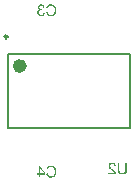
<source format=gbo>
G04*
G04 #@! TF.GenerationSoftware,Altium Limited,Altium Designer,21.7.2 (23)*
G04*
G04 Layer_Color=32896*
%FSAX25Y25*%
%MOIN*%
G70*
G04*
G04 #@! TF.SameCoordinates,914A0A10-9902-47D2-BBE9-F090EB24A124*
G04*
G04*
G04 #@! TF.FilePolarity,Positive*
G04*
G01*
G75*
%ADD10C,0.02362*%
%ADD11C,0.00984*%
%ADD12C,0.00787*%
G36*
X0560632Y0155299D02*
X0560723Y0155294D01*
X0560814Y0155276D01*
X0560894Y0155259D01*
X0560974Y0155236D01*
X0561048Y0155214D01*
X0561111Y0155191D01*
X0561168Y0155162D01*
X0561225Y0155134D01*
X0561271Y0155111D01*
X0561311Y0155088D01*
X0561345Y0155065D01*
X0561368Y0155048D01*
X0561385Y0155031D01*
X0561397Y0155025D01*
X0561402Y0155019D01*
X0561459Y0154962D01*
X0561511Y0154900D01*
X0561556Y0154837D01*
X0561596Y0154768D01*
X0561665Y0154631D01*
X0561711Y0154500D01*
X0561739Y0154380D01*
X0561751Y0154329D01*
X0561762Y0154283D01*
X0561768Y0154243D01*
X0561773Y0154214D01*
Y0154197D01*
Y0154192D01*
X0561288Y0154140D01*
X0561277Y0154266D01*
X0561254Y0154380D01*
X0561225Y0154477D01*
X0561185Y0154557D01*
X0561151Y0154620D01*
X0561117Y0154666D01*
X0561094Y0154694D01*
X0561088Y0154705D01*
X0561008Y0154774D01*
X0560917Y0154825D01*
X0560826Y0154865D01*
X0560734Y0154888D01*
X0560660Y0154905D01*
X0560597Y0154911D01*
X0560574Y0154917D01*
X0560540D01*
X0560426Y0154911D01*
X0560323Y0154888D01*
X0560238Y0154854D01*
X0560157Y0154820D01*
X0560100Y0154785D01*
X0560055Y0154751D01*
X0560032Y0154728D01*
X0560020Y0154723D01*
X0559952Y0154648D01*
X0559901Y0154568D01*
X0559866Y0154489D01*
X0559838Y0154414D01*
X0559826Y0154346D01*
X0559821Y0154294D01*
X0559815Y0154260D01*
Y0154254D01*
Y0154249D01*
X0559826Y0154146D01*
X0559849Y0154049D01*
X0559883Y0153952D01*
X0559923Y0153860D01*
X0559969Y0153786D01*
X0560003Y0153729D01*
X0560015Y0153706D01*
X0560026Y0153689D01*
X0560038Y0153683D01*
Y0153678D01*
X0560083Y0153621D01*
X0560140Y0153558D01*
X0560197Y0153495D01*
X0560266Y0153426D01*
X0560403Y0153289D01*
X0560546Y0153164D01*
X0560671Y0153044D01*
X0560729Y0152992D01*
X0560780Y0152953D01*
X0560826Y0152918D01*
X0560854Y0152890D01*
X0560877Y0152873D01*
X0560883Y0152867D01*
X0561025Y0152747D01*
X0561151Y0152638D01*
X0561260Y0152536D01*
X0561345Y0152450D01*
X0561414Y0152382D01*
X0561465Y0152330D01*
X0561494Y0152296D01*
X0561505Y0152290D01*
Y0152284D01*
X0561579Y0152193D01*
X0561642Y0152102D01*
X0561693Y0152016D01*
X0561739Y0151936D01*
X0561773Y0151873D01*
X0561796Y0151822D01*
X0561808Y0151788D01*
X0561813Y0151782D01*
Y0151776D01*
X0561831Y0151719D01*
X0561848Y0151656D01*
X0561853Y0151605D01*
X0561859Y0151553D01*
X0561865Y0151514D01*
Y0151479D01*
Y0151456D01*
Y0151451D01*
X0559324D01*
Y0151902D01*
X0561208D01*
X0561145Y0151993D01*
X0561111Y0152039D01*
X0561077Y0152073D01*
X0561048Y0152107D01*
X0561025Y0152130D01*
X0561014Y0152147D01*
X0561008Y0152153D01*
X0560980Y0152182D01*
X0560951Y0152210D01*
X0560871Y0152284D01*
X0560786Y0152364D01*
X0560694Y0152444D01*
X0560603Y0152518D01*
X0560534Y0152581D01*
X0560506Y0152604D01*
X0560483Y0152621D01*
X0560472Y0152633D01*
X0560466Y0152638D01*
X0560374Y0152718D01*
X0560289Y0152793D01*
X0560209Y0152861D01*
X0560140Y0152924D01*
X0560072Y0152987D01*
X0560015Y0153038D01*
X0559958Y0153089D01*
X0559912Y0153135D01*
X0559872Y0153175D01*
X0559838Y0153209D01*
X0559803Y0153244D01*
X0559781Y0153267D01*
X0559752Y0153301D01*
X0559741Y0153312D01*
X0559666Y0153404D01*
X0559598Y0153489D01*
X0559547Y0153569D01*
X0559501Y0153643D01*
X0559467Y0153700D01*
X0559444Y0153741D01*
X0559432Y0153769D01*
X0559427Y0153780D01*
X0559392Y0153866D01*
X0559370Y0153946D01*
X0559352Y0154020D01*
X0559341Y0154095D01*
X0559335Y0154152D01*
X0559330Y0154197D01*
Y0154226D01*
Y0154237D01*
X0559335Y0154323D01*
X0559341Y0154397D01*
X0559358Y0154477D01*
X0559381Y0154546D01*
X0559432Y0154677D01*
X0559489Y0154785D01*
X0559524Y0154831D01*
X0559552Y0154877D01*
X0559581Y0154911D01*
X0559604Y0154940D01*
X0559626Y0154968D01*
X0559644Y0154985D01*
X0559649Y0154991D01*
X0559655Y0154997D01*
X0559718Y0155054D01*
X0559786Y0155099D01*
X0559855Y0155139D01*
X0559923Y0155174D01*
X0560072Y0155231D01*
X0560209Y0155265D01*
X0560278Y0155282D01*
X0560335Y0155288D01*
X0560392Y0155294D01*
X0560437Y0155299D01*
X0560477Y0155305D01*
X0560529D01*
X0560632Y0155299D01*
D02*
G37*
G36*
X0565479Y0153072D02*
Y0152964D01*
X0565474Y0152855D01*
X0565468Y0152758D01*
X0565456Y0152661D01*
X0565445Y0152576D01*
X0565434Y0152501D01*
X0565422Y0152427D01*
X0565405Y0152359D01*
X0565394Y0152302D01*
X0565382Y0152250D01*
X0565371Y0152210D01*
X0565359Y0152170D01*
X0565348Y0152142D01*
X0565342Y0152125D01*
X0565337Y0152113D01*
Y0152107D01*
X0565274Y0151982D01*
X0565200Y0151879D01*
X0565114Y0151782D01*
X0565034Y0151708D01*
X0564960Y0151651D01*
X0564902Y0151605D01*
X0564880Y0151588D01*
X0564863Y0151582D01*
X0564851Y0151571D01*
X0564845D01*
X0564708Y0151508D01*
X0564560Y0151468D01*
X0564417Y0151434D01*
X0564274Y0151411D01*
X0564212Y0151405D01*
X0564149Y0151399D01*
X0564097Y0151394D01*
X0564052D01*
X0564012Y0151388D01*
X0563960D01*
X0563761Y0151399D01*
X0563669Y0151405D01*
X0563589Y0151422D01*
X0563509Y0151439D01*
X0563435Y0151456D01*
X0563367Y0151474D01*
X0563304Y0151496D01*
X0563247Y0151514D01*
X0563201Y0151531D01*
X0563161Y0151548D01*
X0563127Y0151565D01*
X0563098Y0151582D01*
X0563081Y0151588D01*
X0563070Y0151599D01*
X0563064D01*
X0562944Y0151685D01*
X0562847Y0151776D01*
X0562761Y0151868D01*
X0562699Y0151953D01*
X0562647Y0152033D01*
X0562613Y0152096D01*
X0562601Y0152119D01*
X0562596Y0152136D01*
X0562590Y0152147D01*
Y0152153D01*
X0562544Y0152290D01*
X0562516Y0152444D01*
X0562493Y0152593D01*
X0562476Y0152741D01*
X0562470Y0152810D01*
X0562464Y0152873D01*
Y0152930D01*
X0562459Y0152975D01*
Y0153015D01*
Y0153050D01*
Y0153067D01*
Y0153072D01*
Y0155294D01*
X0562967D01*
Y0153072D01*
Y0152941D01*
X0562978Y0152827D01*
X0562990Y0152713D01*
X0563007Y0152616D01*
X0563024Y0152530D01*
X0563041Y0152450D01*
X0563064Y0152376D01*
X0563087Y0152313D01*
X0563110Y0152262D01*
X0563132Y0152216D01*
X0563150Y0152176D01*
X0563167Y0152147D01*
X0563184Y0152125D01*
X0563195Y0152107D01*
X0563201Y0152102D01*
X0563207Y0152096D01*
X0563252Y0152050D01*
X0563309Y0152016D01*
X0563435Y0151953D01*
X0563566Y0151908D01*
X0563698Y0151879D01*
X0563818Y0151856D01*
X0563869Y0151850D01*
X0563915D01*
X0563955Y0151845D01*
X0564006D01*
X0564126Y0151850D01*
X0564234Y0151862D01*
X0564326Y0151885D01*
X0564411Y0151908D01*
X0564474Y0151930D01*
X0564526Y0151953D01*
X0564554Y0151965D01*
X0564566Y0151970D01*
X0564646Y0152022D01*
X0564708Y0152079D01*
X0564766Y0152142D01*
X0564806Y0152199D01*
X0564840Y0152256D01*
X0564863Y0152296D01*
X0564874Y0152324D01*
X0564880Y0152336D01*
X0564897Y0152382D01*
X0564908Y0152439D01*
X0564931Y0152553D01*
X0564948Y0152673D01*
X0564960Y0152793D01*
X0564965Y0152901D01*
Y0152953D01*
X0564971Y0152992D01*
Y0153027D01*
Y0153050D01*
Y0153067D01*
Y0153072D01*
Y0155294D01*
X0565479D01*
Y0153072D01*
D02*
G37*
G36*
X0540327Y0154239D02*
X0540498Y0154217D01*
X0540658Y0154177D01*
X0540727Y0154154D01*
X0540795Y0154137D01*
X0540852Y0154114D01*
X0540909Y0154091D01*
X0540955Y0154074D01*
X0540995Y0154051D01*
X0541029Y0154040D01*
X0541052Y0154028D01*
X0541063Y0154017D01*
X0541069D01*
X0541218Y0153920D01*
X0541349Y0153811D01*
X0541463Y0153697D01*
X0541555Y0153588D01*
X0541623Y0153491D01*
X0541652Y0153446D01*
X0541680Y0153411D01*
X0541697Y0153377D01*
X0541709Y0153354D01*
X0541720Y0153343D01*
Y0153337D01*
X0541794Y0153166D01*
X0541852Y0152989D01*
X0541891Y0152812D01*
X0541920Y0152646D01*
X0541931Y0152572D01*
X0541937Y0152504D01*
X0541943Y0152446D01*
Y0152395D01*
X0541949Y0152349D01*
Y0152321D01*
Y0152298D01*
Y0152292D01*
X0541937Y0152087D01*
X0541914Y0151898D01*
X0541886Y0151721D01*
X0541869Y0151641D01*
X0541846Y0151567D01*
X0541829Y0151499D01*
X0541812Y0151442D01*
X0541794Y0151384D01*
X0541777Y0151345D01*
X0541766Y0151304D01*
X0541754Y0151282D01*
X0541749Y0151265D01*
Y0151259D01*
X0541663Y0151087D01*
X0541572Y0150945D01*
X0541469Y0150819D01*
X0541372Y0150716D01*
X0541286Y0150631D01*
X0541252Y0150602D01*
X0541218Y0150574D01*
X0541189Y0150557D01*
X0541172Y0150539D01*
X0541161Y0150534D01*
X0541155Y0150528D01*
X0541081Y0150482D01*
X0541001Y0150448D01*
X0540835Y0150385D01*
X0540664Y0150339D01*
X0540504Y0150311D01*
X0540430Y0150300D01*
X0540361Y0150288D01*
X0540298Y0150282D01*
X0540247D01*
X0540201Y0150277D01*
X0540144D01*
X0540036Y0150282D01*
X0539927Y0150288D01*
X0539830Y0150305D01*
X0539733Y0150328D01*
X0539642Y0150351D01*
X0539562Y0150380D01*
X0539482Y0150408D01*
X0539413Y0150442D01*
X0539345Y0150471D01*
X0539293Y0150499D01*
X0539242Y0150528D01*
X0539202Y0150551D01*
X0539168Y0150574D01*
X0539145Y0150591D01*
X0539134Y0150596D01*
X0539128Y0150602D01*
X0539054Y0150665D01*
X0538985Y0150739D01*
X0538922Y0150813D01*
X0538860Y0150893D01*
X0538762Y0151048D01*
X0538683Y0151202D01*
X0538648Y0151276D01*
X0538625Y0151339D01*
X0538602Y0151402D01*
X0538580Y0151453D01*
X0538568Y0151499D01*
X0538557Y0151527D01*
X0538551Y0151550D01*
Y0151556D01*
X0539059Y0151687D01*
X0539105Y0151516D01*
X0539168Y0151367D01*
X0539236Y0151242D01*
X0539305Y0151139D01*
X0539368Y0151059D01*
X0539391Y0151030D01*
X0539419Y0151002D01*
X0539436Y0150985D01*
X0539453Y0150968D01*
X0539459Y0150962D01*
X0539465Y0150956D01*
X0539522Y0150910D01*
X0539579Y0150876D01*
X0539705Y0150813D01*
X0539824Y0150774D01*
X0539933Y0150739D01*
X0540036Y0150722D01*
X0540076Y0150716D01*
X0540116D01*
X0540144Y0150711D01*
X0540184D01*
X0540315Y0150716D01*
X0540435Y0150739D01*
X0540550Y0150768D01*
X0540647Y0150802D01*
X0540727Y0150831D01*
X0540790Y0150859D01*
X0540812Y0150871D01*
X0540829Y0150882D01*
X0540835Y0150888D01*
X0540841D01*
X0540944Y0150962D01*
X0541035Y0151053D01*
X0541109Y0151139D01*
X0541172Y0151230D01*
X0541218Y0151310D01*
X0541252Y0151379D01*
X0541263Y0151402D01*
X0541275Y0151419D01*
X0541281Y0151430D01*
Y0151436D01*
X0541326Y0151579D01*
X0541361Y0151721D01*
X0541389Y0151870D01*
X0541406Y0152001D01*
X0541412Y0152064D01*
X0541418Y0152115D01*
Y0152167D01*
X0541423Y0152212D01*
Y0152247D01*
Y0152269D01*
Y0152287D01*
Y0152292D01*
X0541418Y0152435D01*
X0541406Y0152566D01*
X0541383Y0152692D01*
X0541361Y0152806D01*
X0541343Y0152898D01*
X0541332Y0152938D01*
X0541321Y0152966D01*
X0541315Y0152995D01*
X0541309Y0153012D01*
X0541303Y0153023D01*
Y0153029D01*
X0541252Y0153155D01*
X0541189Y0153269D01*
X0541121Y0153366D01*
X0541052Y0153452D01*
X0540989Y0153514D01*
X0540932Y0153560D01*
X0540898Y0153588D01*
X0540892Y0153600D01*
X0540886D01*
X0540767Y0153674D01*
X0540647Y0153726D01*
X0540521Y0153765D01*
X0540401Y0153788D01*
X0540298Y0153805D01*
X0540258Y0153811D01*
X0540218D01*
X0540190Y0153817D01*
X0540144D01*
X0540007Y0153811D01*
X0539882Y0153788D01*
X0539773Y0153754D01*
X0539682Y0153720D01*
X0539607Y0153686D01*
X0539556Y0153651D01*
X0539522Y0153629D01*
X0539510Y0153623D01*
X0539419Y0153543D01*
X0539339Y0153446D01*
X0539271Y0153343D01*
X0539219Y0153246D01*
X0539174Y0153155D01*
X0539156Y0153115D01*
X0539139Y0153080D01*
X0539128Y0153052D01*
X0539122Y0153029D01*
X0539116Y0153017D01*
Y0153012D01*
X0538614Y0153132D01*
X0538648Y0153229D01*
X0538683Y0153320D01*
X0538722Y0153406D01*
X0538768Y0153486D01*
X0538814Y0153560D01*
X0538860Y0153623D01*
X0538905Y0153686D01*
X0538951Y0153743D01*
X0538997Y0153788D01*
X0539037Y0153834D01*
X0539071Y0153868D01*
X0539105Y0153902D01*
X0539128Y0153925D01*
X0539151Y0153943D01*
X0539162Y0153948D01*
X0539168Y0153954D01*
X0539242Y0154005D01*
X0539322Y0154051D01*
X0539402Y0154091D01*
X0539482Y0154125D01*
X0539647Y0154177D01*
X0539796Y0154217D01*
X0539870Y0154228D01*
X0539933Y0154234D01*
X0539990Y0154239D01*
X0540041Y0154245D01*
X0540081Y0154251D01*
X0540138D01*
X0540327Y0154239D01*
D02*
G37*
G36*
X0538277Y0151693D02*
Y0151259D01*
X0536604D01*
Y0150339D01*
X0536130D01*
Y0151259D01*
X0535610D01*
Y0151693D01*
X0536130D01*
Y0154182D01*
X0536513D01*
X0538277Y0151693D01*
D02*
G37*
G36*
X0537089Y0208021D02*
X0537238Y0207992D01*
X0537369Y0207947D01*
X0537478Y0207901D01*
X0537523Y0207878D01*
X0537569Y0207855D01*
X0537603Y0207833D01*
X0537632Y0207810D01*
X0537655Y0207792D01*
X0537672Y0207781D01*
X0537683Y0207775D01*
X0537689Y0207770D01*
X0537792Y0207661D01*
X0537877Y0207547D01*
X0537946Y0207421D01*
X0537997Y0207307D01*
X0538031Y0207199D01*
X0538049Y0207153D01*
X0538060Y0207119D01*
X0538066Y0207084D01*
X0538071Y0207062D01*
X0538077Y0207045D01*
Y0207039D01*
X0537603Y0206953D01*
X0537580Y0207073D01*
X0537546Y0207176D01*
X0537506Y0207267D01*
X0537466Y0207341D01*
X0537432Y0207393D01*
X0537398Y0207433D01*
X0537375Y0207461D01*
X0537369Y0207467D01*
X0537295Y0207524D01*
X0537221Y0207570D01*
X0537147Y0207598D01*
X0537072Y0207621D01*
X0537009Y0207633D01*
X0536958Y0207644D01*
X0536912D01*
X0536810Y0207638D01*
X0536724Y0207615D01*
X0536644Y0207593D01*
X0536581Y0207558D01*
X0536524Y0207530D01*
X0536490Y0207501D01*
X0536461Y0207478D01*
X0536456Y0207473D01*
X0536399Y0207404D01*
X0536353Y0207336D01*
X0536324Y0207261D01*
X0536301Y0207193D01*
X0536290Y0207136D01*
X0536278Y0207090D01*
Y0207056D01*
Y0207050D01*
Y0207045D01*
Y0206987D01*
X0536290Y0206930D01*
X0536318Y0206833D01*
X0536358Y0206748D01*
X0536399Y0206679D01*
X0536444Y0206628D01*
X0536484Y0206588D01*
X0536513Y0206565D01*
X0536518Y0206559D01*
X0536524D01*
X0536615Y0206508D01*
X0536713Y0206468D01*
X0536798Y0206445D01*
X0536884Y0206422D01*
X0536958Y0206411D01*
X0537015Y0206405D01*
X0537089D01*
X0537112Y0206411D01*
X0537141D01*
X0537192Y0205994D01*
X0537118Y0206011D01*
X0537055Y0206022D01*
X0536998Y0206034D01*
X0536952Y0206040D01*
X0536912Y0206045D01*
X0536861D01*
X0536747Y0206034D01*
X0536638Y0206011D01*
X0536547Y0205977D01*
X0536473Y0205943D01*
X0536410Y0205903D01*
X0536364Y0205868D01*
X0536336Y0205845D01*
X0536324Y0205834D01*
X0536250Y0205748D01*
X0536199Y0205663D01*
X0536159Y0205571D01*
X0536136Y0205486D01*
X0536119Y0205412D01*
X0536113Y0205354D01*
X0536107Y0205331D01*
Y0205314D01*
Y0205303D01*
Y0205297D01*
X0536119Y0205177D01*
X0536141Y0205069D01*
X0536181Y0204972D01*
X0536222Y0204886D01*
X0536261Y0204823D01*
X0536301Y0204772D01*
X0536324Y0204743D01*
X0536336Y0204732D01*
X0536427Y0204658D01*
X0536518Y0204601D01*
X0536615Y0204561D01*
X0536701Y0204532D01*
X0536781Y0204515D01*
X0536844Y0204509D01*
X0536867Y0204504D01*
X0536901D01*
X0537004Y0204509D01*
X0537095Y0204532D01*
X0537175Y0204561D01*
X0537244Y0204595D01*
X0537301Y0204624D01*
X0537341Y0204652D01*
X0537363Y0204675D01*
X0537375Y0204681D01*
X0537443Y0204755D01*
X0537500Y0204846D01*
X0537546Y0204943D01*
X0537586Y0205040D01*
X0537615Y0205126D01*
X0537626Y0205166D01*
X0537632Y0205194D01*
X0537638Y0205223D01*
X0537643Y0205246D01*
X0537649Y0205257D01*
Y0205263D01*
X0538123Y0205200D01*
X0538111Y0205109D01*
X0538094Y0205029D01*
X0538043Y0204875D01*
X0537986Y0204738D01*
X0537917Y0204624D01*
X0537883Y0204578D01*
X0537854Y0204532D01*
X0537826Y0204498D01*
X0537797Y0204469D01*
X0537775Y0204441D01*
X0537757Y0204424D01*
X0537752Y0204418D01*
X0537746Y0204412D01*
X0537683Y0204361D01*
X0537615Y0204315D01*
X0537540Y0204275D01*
X0537472Y0204241D01*
X0537329Y0204189D01*
X0537198Y0204155D01*
X0537135Y0204138D01*
X0537078Y0204132D01*
X0537027Y0204127D01*
X0536987Y0204121D01*
X0536952Y0204115D01*
X0536901D01*
X0536798Y0204121D01*
X0536701Y0204132D01*
X0536610Y0204150D01*
X0536518Y0204172D01*
X0536438Y0204195D01*
X0536364Y0204224D01*
X0536290Y0204258D01*
X0536227Y0204292D01*
X0536170Y0204321D01*
X0536119Y0204355D01*
X0536079Y0204384D01*
X0536039Y0204412D01*
X0536016Y0204429D01*
X0535993Y0204447D01*
X0535982Y0204458D01*
X0535976Y0204464D01*
X0535913Y0204532D01*
X0535856Y0204601D01*
X0535805Y0204669D01*
X0535759Y0204743D01*
X0535725Y0204818D01*
X0535696Y0204886D01*
X0535650Y0205017D01*
X0535633Y0205080D01*
X0535622Y0205137D01*
X0535616Y0205189D01*
X0535610Y0205229D01*
X0535605Y0205269D01*
Y0205292D01*
Y0205309D01*
Y0205314D01*
X0535610Y0205446D01*
X0535633Y0205566D01*
X0535668Y0205674D01*
X0535702Y0205760D01*
X0535736Y0205834D01*
X0535770Y0205885D01*
X0535793Y0205920D01*
X0535799Y0205931D01*
X0535873Y0206017D01*
X0535959Y0206085D01*
X0536050Y0206142D01*
X0536130Y0206188D01*
X0536210Y0206217D01*
X0536267Y0206239D01*
X0536290Y0206245D01*
X0536307Y0206251D01*
X0536318Y0206257D01*
X0536324D01*
X0536233Y0206302D01*
X0536153Y0206359D01*
X0536084Y0206411D01*
X0536027Y0206462D01*
X0535987Y0206508D01*
X0535953Y0206542D01*
X0535936Y0206565D01*
X0535930Y0206576D01*
X0535885Y0206656D01*
X0535850Y0206736D01*
X0535827Y0206810D01*
X0535810Y0206885D01*
X0535799Y0206942D01*
X0535793Y0206993D01*
Y0207022D01*
Y0207033D01*
X0535799Y0207130D01*
X0535816Y0207222D01*
X0535839Y0207301D01*
X0535862Y0207376D01*
X0535890Y0207438D01*
X0535913Y0207484D01*
X0535930Y0207513D01*
X0535936Y0207524D01*
X0535993Y0207610D01*
X0536062Y0207678D01*
X0536130Y0207747D01*
X0536193Y0207798D01*
X0536256Y0207838D01*
X0536301Y0207873D01*
X0536336Y0207890D01*
X0536341Y0207895D01*
X0536347D01*
X0536450Y0207941D01*
X0536547Y0207975D01*
X0536644Y0207998D01*
X0536735Y0208015D01*
X0536810Y0208027D01*
X0536872Y0208032D01*
X0537009D01*
X0537089Y0208021D01*
D02*
G37*
G36*
X0540333Y0208078D02*
X0540504Y0208055D01*
X0540664Y0208015D01*
X0540732Y0207992D01*
X0540801Y0207975D01*
X0540858Y0207952D01*
X0540915Y0207930D01*
X0540961Y0207912D01*
X0541001Y0207890D01*
X0541035Y0207878D01*
X0541058Y0207867D01*
X0541069Y0207855D01*
X0541075D01*
X0541223Y0207758D01*
X0541355Y0207650D01*
X0541469Y0207536D01*
X0541560Y0207427D01*
X0541629Y0207330D01*
X0541657Y0207284D01*
X0541686Y0207250D01*
X0541703Y0207216D01*
X0541714Y0207193D01*
X0541726Y0207182D01*
Y0207176D01*
X0541800Y0207004D01*
X0541857Y0206827D01*
X0541897Y0206650D01*
X0541926Y0206485D01*
X0541937Y0206411D01*
X0541943Y0206342D01*
X0541949Y0206285D01*
Y0206234D01*
X0541954Y0206188D01*
Y0206159D01*
Y0206137D01*
Y0206131D01*
X0541943Y0205925D01*
X0541920Y0205737D01*
X0541891Y0205560D01*
X0541874Y0205480D01*
X0541852Y0205406D01*
X0541834Y0205337D01*
X0541817Y0205280D01*
X0541800Y0205223D01*
X0541783Y0205183D01*
X0541772Y0205143D01*
X0541760Y0205120D01*
X0541754Y0205103D01*
Y0205097D01*
X0541669Y0204926D01*
X0541577Y0204783D01*
X0541475Y0204658D01*
X0541378Y0204555D01*
X0541292Y0204469D01*
X0541258Y0204441D01*
X0541223Y0204412D01*
X0541195Y0204395D01*
X0541178Y0204378D01*
X0541166Y0204372D01*
X0541161Y0204366D01*
X0541086Y0204321D01*
X0541006Y0204287D01*
X0540841Y0204224D01*
X0540669Y0204178D01*
X0540510Y0204150D01*
X0540435Y0204138D01*
X0540367Y0204127D01*
X0540304Y0204121D01*
X0540253D01*
X0540207Y0204115D01*
X0540150D01*
X0540041Y0204121D01*
X0539933Y0204127D01*
X0539836Y0204144D01*
X0539739Y0204167D01*
X0539647Y0204189D01*
X0539568Y0204218D01*
X0539488Y0204247D01*
X0539419Y0204281D01*
X0539351Y0204309D01*
X0539299Y0204338D01*
X0539248Y0204366D01*
X0539208Y0204389D01*
X0539174Y0204412D01*
X0539151Y0204429D01*
X0539139Y0204435D01*
X0539134Y0204441D01*
X0539059Y0204504D01*
X0538991Y0204578D01*
X0538928Y0204652D01*
X0538865Y0204732D01*
X0538768Y0204886D01*
X0538688Y0205040D01*
X0538654Y0205115D01*
X0538631Y0205177D01*
X0538608Y0205240D01*
X0538585Y0205292D01*
X0538574Y0205337D01*
X0538563Y0205366D01*
X0538557Y0205389D01*
Y0205394D01*
X0539065Y0205526D01*
X0539111Y0205354D01*
X0539174Y0205206D01*
X0539242Y0205080D01*
X0539311Y0204977D01*
X0539373Y0204898D01*
X0539396Y0204869D01*
X0539425Y0204840D01*
X0539442Y0204823D01*
X0539459Y0204806D01*
X0539465Y0204801D01*
X0539470Y0204795D01*
X0539528Y0204749D01*
X0539585Y0204715D01*
X0539710Y0204652D01*
X0539830Y0204612D01*
X0539939Y0204578D01*
X0540041Y0204561D01*
X0540081Y0204555D01*
X0540121D01*
X0540150Y0204549D01*
X0540190D01*
X0540321Y0204555D01*
X0540441Y0204578D01*
X0540555Y0204606D01*
X0540652Y0204641D01*
X0540732Y0204669D01*
X0540795Y0204698D01*
X0540818Y0204709D01*
X0540835Y0204720D01*
X0540841Y0204726D01*
X0540847D01*
X0540949Y0204801D01*
X0541041Y0204892D01*
X0541115Y0204977D01*
X0541178Y0205069D01*
X0541223Y0205149D01*
X0541258Y0205217D01*
X0541269Y0205240D01*
X0541281Y0205257D01*
X0541286Y0205269D01*
Y0205274D01*
X0541332Y0205417D01*
X0541366Y0205560D01*
X0541395Y0205708D01*
X0541412Y0205840D01*
X0541418Y0205903D01*
X0541423Y0205954D01*
Y0206005D01*
X0541429Y0206051D01*
Y0206085D01*
Y0206108D01*
Y0206125D01*
Y0206131D01*
X0541423Y0206274D01*
X0541412Y0206405D01*
X0541389Y0206531D01*
X0541366Y0206645D01*
X0541349Y0206736D01*
X0541338Y0206776D01*
X0541326Y0206805D01*
X0541321Y0206833D01*
X0541315Y0206850D01*
X0541309Y0206862D01*
Y0206868D01*
X0541258Y0206993D01*
X0541195Y0207107D01*
X0541126Y0207204D01*
X0541058Y0207290D01*
X0540995Y0207353D01*
X0540938Y0207399D01*
X0540904Y0207427D01*
X0540898Y0207438D01*
X0540892D01*
X0540772Y0207513D01*
X0540652Y0207564D01*
X0540527Y0207604D01*
X0540407Y0207627D01*
X0540304Y0207644D01*
X0540264Y0207650D01*
X0540224D01*
X0540196Y0207656D01*
X0540150D01*
X0540013Y0207650D01*
X0539887Y0207627D01*
X0539779Y0207593D01*
X0539687Y0207558D01*
X0539613Y0207524D01*
X0539562Y0207490D01*
X0539528Y0207467D01*
X0539516Y0207461D01*
X0539425Y0207381D01*
X0539345Y0207284D01*
X0539276Y0207182D01*
X0539225Y0207084D01*
X0539179Y0206993D01*
X0539162Y0206953D01*
X0539145Y0206919D01*
X0539134Y0206890D01*
X0539128Y0206868D01*
X0539122Y0206856D01*
Y0206850D01*
X0538620Y0206970D01*
X0538654Y0207067D01*
X0538688Y0207159D01*
X0538728Y0207244D01*
X0538774Y0207324D01*
X0538820Y0207399D01*
X0538865Y0207461D01*
X0538911Y0207524D01*
X0538956Y0207581D01*
X0539002Y0207627D01*
X0539042Y0207673D01*
X0539077Y0207707D01*
X0539111Y0207741D01*
X0539134Y0207764D01*
X0539156Y0207781D01*
X0539168Y0207787D01*
X0539174Y0207792D01*
X0539248Y0207844D01*
X0539328Y0207890D01*
X0539408Y0207930D01*
X0539488Y0207964D01*
X0539653Y0208015D01*
X0539802Y0208055D01*
X0539876Y0208067D01*
X0539939Y0208072D01*
X0539996Y0208078D01*
X0540047Y0208084D01*
X0540087Y0208089D01*
X0540144D01*
X0540333Y0208078D01*
D02*
G37*
%LPC*%
G36*
X0536604Y0153411D02*
Y0151693D01*
X0537815D01*
X0536604Y0153411D01*
D02*
G37*
%LPD*%
D10*
X0530905Y0187500D02*
G03*
X0530905Y0187500I-0001181J0000000D01*
G01*
D11*
X0525709Y0197244D02*
G03*
X0525709Y0197244I-0000492J0000000D01*
G01*
D12*
X0525787Y0191437D02*
X0566339D01*
X0525787Y0166831D02*
X0566339D01*
X0525787D02*
Y0191437D01*
X0566339Y0166831D02*
Y0191437D01*
M02*

</source>
